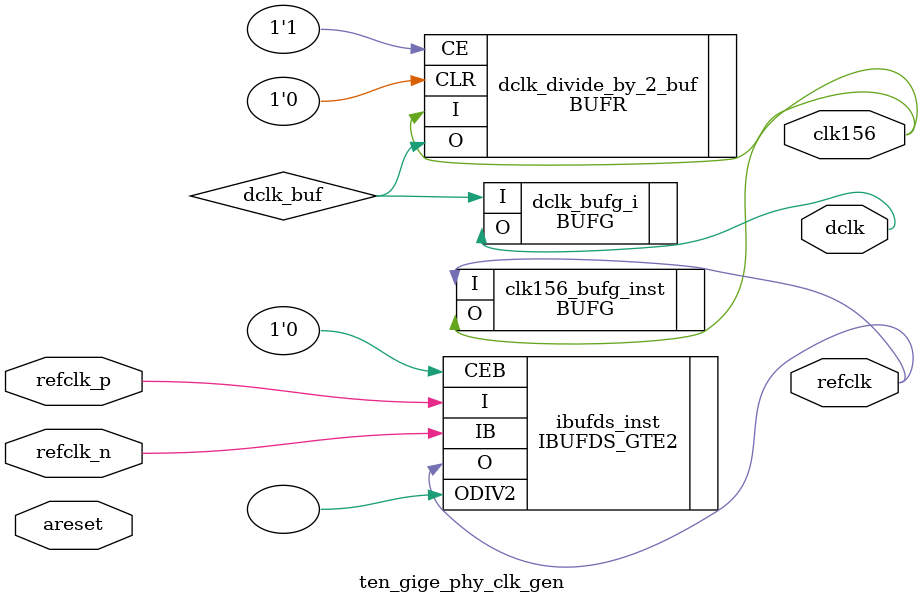
<source format=v>

module ten_gige_phy_clk_gen 
(
   input  areset,
   input  refclk_p,
   input  refclk_n,

   output refclk,
   output clk156,
   output dclk
);

   wire clk156_buf;
   wire dclk_buf;
   wire clkfbout;
   
   IBUFDS_GTE2 ibufds_inst (
      .O     (refclk),
      .ODIV2 (),
      .CEB   (1'b0),
      .I     (refclk_p),
      .IB    (refclk_n)
   );

   BUFG clk156_bufg_inst (
      .I (refclk),
      .O (clk156) 
   );

   // Divding independent clock by 2 as source for DRP clock
   BUFR # (
      .BUFR_DIVIDE ("2")
   ) dclk_divide_by_2_buf (
      .I   (clk156),
      .O   (dclk_buf),
      .CE  (1'b1),
      .CLR (1'b0)
   );

   BUFG dclk_bufg_i (
      .I (dclk_buf),
      .O (dclk)
   );

endmodule




</source>
